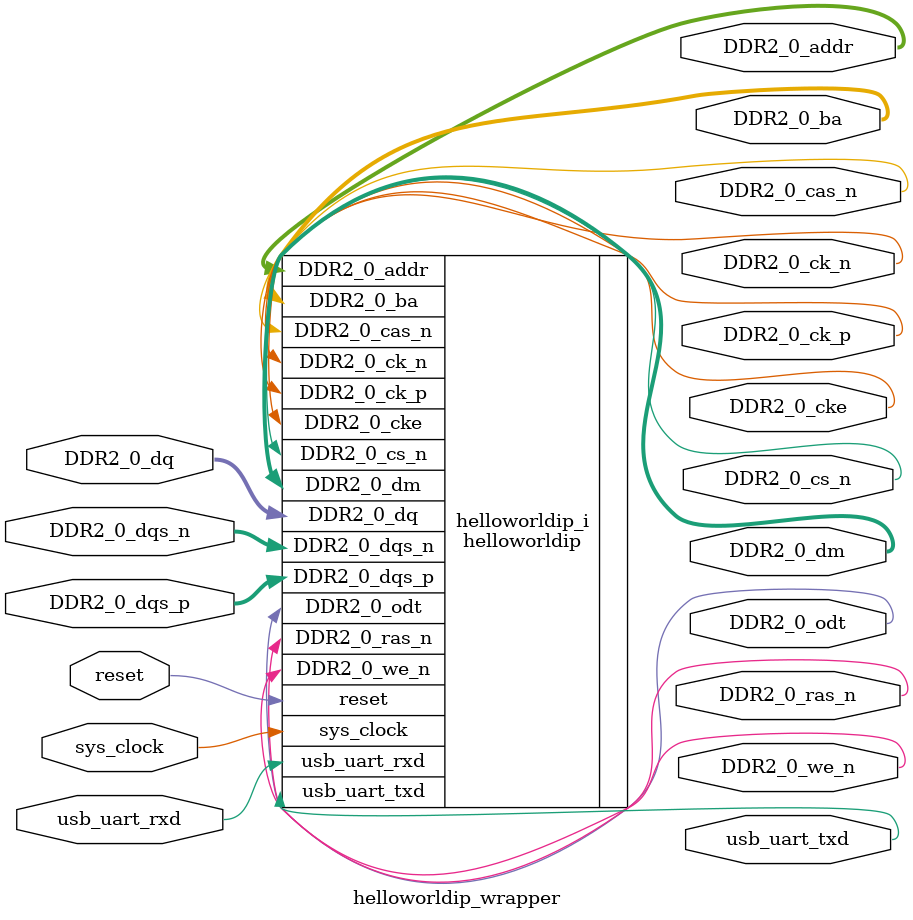
<source format=v>
`timescale 1 ps / 1 ps

module helloworldip_wrapper
   (DDR2_0_addr,
    DDR2_0_ba,
    DDR2_0_cas_n,
    DDR2_0_ck_n,
    DDR2_0_ck_p,
    DDR2_0_cke,
    DDR2_0_cs_n,
    DDR2_0_dm,
    DDR2_0_dq,
    DDR2_0_dqs_n,
    DDR2_0_dqs_p,
    DDR2_0_odt,
    DDR2_0_ras_n,
    DDR2_0_we_n,
    reset,
    sys_clock,
    usb_uart_rxd,
    usb_uart_txd);
  output [12:0]DDR2_0_addr;
  output [2:0]DDR2_0_ba;
  output DDR2_0_cas_n;
  output [0:0]DDR2_0_ck_n;
  output [0:0]DDR2_0_ck_p;
  output [0:0]DDR2_0_cke;
  output [0:0]DDR2_0_cs_n;
  output [1:0]DDR2_0_dm;
  inout [15:0]DDR2_0_dq;
  inout [1:0]DDR2_0_dqs_n;
  inout [1:0]DDR2_0_dqs_p;
  output [0:0]DDR2_0_odt;
  output DDR2_0_ras_n;
  output DDR2_0_we_n;
  input reset;
  input sys_clock;
  input usb_uart_rxd;
  output usb_uart_txd;

  wire [12:0]DDR2_0_addr;
  wire [2:0]DDR2_0_ba;
  wire DDR2_0_cas_n;
  wire [0:0]DDR2_0_ck_n;
  wire [0:0]DDR2_0_ck_p;
  wire [0:0]DDR2_0_cke;
  wire [0:0]DDR2_0_cs_n;
  wire [1:0]DDR2_0_dm;
  wire [15:0]DDR2_0_dq;
  wire [1:0]DDR2_0_dqs_n;
  wire [1:0]DDR2_0_dqs_p;
  wire [0:0]DDR2_0_odt;
  wire DDR2_0_ras_n;
  wire DDR2_0_we_n;
  wire reset;
  wire sys_clock;
  wire usb_uart_rxd;
  wire usb_uart_txd;

  helloworldip helloworldip_i
       (.DDR2_0_addr(DDR2_0_addr),
        .DDR2_0_ba(DDR2_0_ba),
        .DDR2_0_cas_n(DDR2_0_cas_n),
        .DDR2_0_ck_n(DDR2_0_ck_n),
        .DDR2_0_ck_p(DDR2_0_ck_p),
        .DDR2_0_cke(DDR2_0_cke),
        .DDR2_0_cs_n(DDR2_0_cs_n),
        .DDR2_0_dm(DDR2_0_dm),
        .DDR2_0_dq(DDR2_0_dq),
        .DDR2_0_dqs_n(DDR2_0_dqs_n),
        .DDR2_0_dqs_p(DDR2_0_dqs_p),
        .DDR2_0_odt(DDR2_0_odt),
        .DDR2_0_ras_n(DDR2_0_ras_n),
        .DDR2_0_we_n(DDR2_0_we_n),
        .reset(reset),
        .sys_clock(sys_clock),
        .usb_uart_rxd(usb_uart_rxd),
        .usb_uart_txd(usb_uart_txd));
endmodule

</source>
